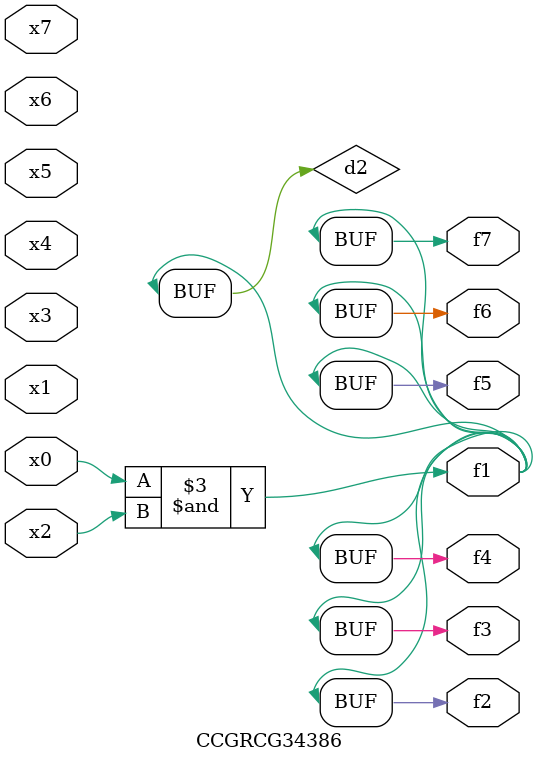
<source format=v>
module CCGRCG34386(
	input x0, x1, x2, x3, x4, x5, x6, x7,
	output f1, f2, f3, f4, f5, f6, f7
);

	wire d1, d2;

	nor (d1, x3, x6);
	and (d2, x0, x2);
	assign f1 = d2;
	assign f2 = d2;
	assign f3 = d2;
	assign f4 = d2;
	assign f5 = d2;
	assign f6 = d2;
	assign f7 = d2;
endmodule

</source>
